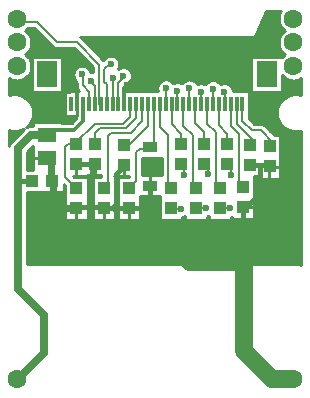
<source format=gbr>
G04 DipTrace 3.2.0.1*
G04 Top.gbr*
%MOMM*%
G04 #@! TF.FileFunction,Copper,L1,Top*
G04 #@! TF.Part,Single*
G04 #@! TA.AperFunction,CopperBalancing*
%ADD10C,0.25*%
G04 #@! TA.AperFunction,Conductor*
%ADD15C,0.2*%
%ADD16C,0.4*%
%ADD17C,0.3*%
G04 #@! TA.AperFunction,ViaPad*
%ADD18C,0.6*%
G04 #@! TA.AperFunction,Conductor*
%ADD19C,1.5*%
%ADD20C,0.7*%
%ADD22R,1.5X1.3*%
%ADD23R,1.0X1.1*%
%ADD24R,1.1X1.0*%
G04 #@! TA.AperFunction,ComponentPad*
%ADD25C,1.6*%
%ADD26R,0.3X1.25*%
%ADD27R,1.8X2.2*%
%ADD29R,1.22X0.92*%
G04 #@! TA.AperFunction,ViaPad*
%ADD30C,0.8*%
%FSLAX35Y35*%
G04*
G71*
G90*
G75*
G01*
G04 Top*
%LPD*%
X740000Y1350000D2*
D15*
Y1204470D1*
X817743Y1126727D1*
X893393D1*
X998153Y1021967D1*
X971743Y995560D1*
X690000Y1350000D2*
Y1178827D1*
X819810Y1049017D1*
Y1004343D1*
X808747D1*
X808250Y1003847D1*
X640000Y1350000D2*
Y1165790D1*
X711773Y1094017D1*
Y677640D1*
X742993Y646420D1*
X540000Y1350000D2*
Y1168080D1*
X612300Y1095780D1*
Y1008090D1*
X590000Y1350000D2*
Y1451223D1*
X587307Y1453917D1*
X640343Y749843D2*
Y810047D1*
X612300Y838090D1*
X440000Y1350000D2*
Y1182980D1*
X515370Y1107610D1*
Y669630D1*
X550000Y635000D1*
X634340Y465043D2*
X550000Y465000D1*
X489060Y1479297D2*
Y1350000D1*
X490000D1*
X340000D2*
Y1187370D1*
X418257Y1109113D1*
Y1011910D1*
X445483Y752313D2*
Y814683D1*
X418257Y841910D1*
X388790Y1451500D2*
Y1351210D1*
X390000Y1350000D1*
X240000D2*
Y1166467D1*
X321480Y1084987D1*
Y663520D1*
X350000Y635000D1*
X290000Y1350000D2*
X290710Y1483657D1*
X431930Y468363D2*
X353363D1*
X350000Y465000D1*
X140000Y1350000D2*
Y1178370D1*
X223033Y1095337D1*
Y1012867D1*
X243223Y749337D2*
Y822677D1*
X223033Y842867D1*
X190000Y1350000D2*
Y1460150D1*
X189980Y1460170D1*
X40000Y1350000D2*
Y1151117D1*
X108637Y1082480D1*
Y660980D1*
X134617Y635000D1*
X217187Y461107D2*
X138510D1*
X134617Y465000D1*
X91363Y1485180D2*
Y1351363D1*
X90000Y1350000D1*
X971743Y825560D2*
D16*
X935587D1*
X927300Y833847D1*
X808250D1*
X888597D1*
Y594133D1*
X770883Y476420D1*
X742993D1*
Y384753D1*
X628790Y270550D1*
X297917D1*
X86143D1*
X-45993Y402687D1*
Y465000D1*
Y656200D1*
X-42500D1*
X-220000Y465000D2*
X-45993D1*
X-220000D2*
X-387277D1*
X-435000D1*
X-265420Y833643D2*
Y822077D1*
X-327087Y760410D1*
Y465000D1*
X-387277D1*
X-504233Y842543D2*
X-533847D1*
Y477343D1*
X-447343D1*
X-435000Y465000D1*
X-668370Y838843D2*
X-504233D1*
Y842543D1*
X-533847Y477343D2*
X-652657D1*
X-665000Y465000D1*
X-326333Y465893D2*
Y465000D1*
X-260000Y1350000D2*
D17*
Y1482847D1*
X-237180Y1505667D1*
X297917Y270550D2*
D19*
Y14393D1*
X755040D1*
Y-746240D1*
X988800Y-980000D1*
X1170000D1*
X-665000Y465000D2*
D18*
X-762523D1*
X-867780Y570257D1*
Y699667D1*
X-871670D1*
D16*
X-882287D1*
D18*
Y864457D1*
D16*
X-912237Y894407D1*
X-660000Y1350000D2*
D17*
Y1519990D1*
X-676050D1*
X1067997Y540470D2*
Y444547D1*
Y348620D1*
X1070993Y345623D1*
Y252697D1*
Y156773D1*
X1067997Y153777D1*
Y69847D1*
X1073993Y63850D1*
X-10000Y1350000D2*
D15*
Y1016247D1*
X-42500Y983747D1*
X-220000Y635000D2*
Y641917D1*
X-163573Y698343D1*
Y939250D1*
X-131383Y971440D1*
X-54807D1*
X-42500Y983747D1*
X-60000Y1350000D2*
Y1159013D1*
X-209620Y1009393D1*
X-290160D1*
X-284410Y1003643D1*
X-265420D1*
X-110000Y1350000D2*
Y1202553D1*
X-206670Y1105883D1*
X-376933D1*
X-401283Y1081533D1*
Y668717D1*
X-435000Y635000D1*
X-160000Y1350000D2*
Y1228697D1*
X-246593Y1142103D1*
X-464707D1*
X-504233Y1102577D1*
Y1012543D1*
X-668370Y1008843D2*
X-733083D1*
X-759517Y982410D1*
Y729517D1*
X-665000Y635000D1*
X-210000Y1350000D2*
Y1242477D1*
X-269820Y1182657D1*
X-510143D1*
X-676163Y1016637D1*
X-668370Y1008843D1*
X-310000Y1350000D2*
Y1530053D1*
X-267613Y1572440D1*
Y1588193D1*
X-410000Y1350000D2*
Y1515650D1*
X-428940Y1534590D1*
Y1641390D1*
X-384010Y1686320D1*
X-375397D1*
X-359543Y1571940D2*
X-360000D1*
Y1350000D1*
X-460000D2*
X-470560D1*
Y1680830D1*
X-664630Y1874900D1*
X-832523D1*
X-1000413Y2042790D1*
X-1142790D1*
X-1170000Y2070000D1*
X-510000Y1350000D2*
Y1504370D1*
X-552007Y1546377D1*
X-542863D1*
X-560000Y1350000D2*
Y1452160D1*
X-613523Y1505683D1*
Y1598747D1*
X-618267D1*
X-610000Y1350000D2*
D17*
Y1203403D1*
X-682823Y1130580D1*
X-852027D1*
X-898200Y1084407D1*
X-912237D1*
D20*
X-1052110D1*
X-1161837Y974680D1*
Y695893D1*
Y-215403D1*
X-936693Y-440547D1*
Y-757243D1*
X-1159450Y-980000D1*
X-1170000D1*
X-1041670Y699667D2*
D16*
X-1161837Y695893D1*
D18*
X947700Y1986890D3*
X-1005337Y1921737D3*
X113257Y1874563D3*
X295473D3*
X559590Y1870470D3*
X-515300Y1868420D3*
X-202047D3*
X-375397Y1686320D3*
X-618267Y1598747D3*
X-267613Y1588193D3*
X-359543Y1571940D3*
X-542863Y1546377D3*
X-676050Y1519990D3*
X-237180Y1505667D3*
X-1167833Y1497217D3*
X1162707Y1486710D3*
X489060Y1479297D3*
X587307Y1453917D3*
X91363Y1485180D3*
X189980Y1460170D3*
X290710Y1483657D3*
X388790Y1451500D3*
X991773Y1370267D3*
X-997923Y1342927D3*
X988780Y1259617D3*
X-954803Y1246770D3*
X445483Y752313D3*
X640343Y749843D3*
X243223Y749337D3*
X-1036647Y72903D3*
X-1036677Y254873D3*
X1067997Y540470D3*
X-1040297Y483970D3*
D30*
X-326333Y465893D3*
D18*
X431930Y468363D3*
X634340Y465043D3*
X217187Y461107D3*
X1067997Y444547D3*
X-1037570Y376247D3*
X1070993Y345623D3*
Y252697D3*
X1067997Y153777D3*
X1073993Y63850D3*
X931527Y2112833D2*
D10*
X1051673D1*
X920297Y2088167D2*
X1045327D1*
X909117Y2063500D2*
X1044157D1*
X897887Y2038833D2*
X1048013D1*
X886703Y2014167D2*
X1057340D1*
X875473Y1989500D2*
X1073843D1*
X-1088393Y1964833D2*
X-1000620D1*
X864243D2*
X1088393D1*
X-1065883Y1940167D2*
X-975963D1*
X853060D2*
X1065883D1*
X-1052700Y1915500D2*
X-951303D1*
X-627310D2*
X1052700D1*
X-1045767Y1890833D2*
X-926597D1*
X-602407D2*
X1045767D1*
X-1044057Y1866167D2*
X-901940D1*
X-577750D2*
X1044057D1*
X-1047330Y1841500D2*
X-877280D1*
X-553090D2*
X1047330D1*
X-1056020Y1816833D2*
X-684703D1*
X-528383D2*
X1056020D1*
X-1071597Y1792167D2*
X-660043D1*
X-503727D2*
X1071597D1*
X-1091713Y1767500D2*
X-635387D1*
X-479067D2*
X1091713D1*
X-1067740Y1742833D2*
X-1045980D1*
X-784000D2*
X-610727D1*
X-454410D2*
X-424887D1*
X-325893D2*
X813980D1*
X-784000Y1718167D2*
X-586070D1*
X-306657D2*
X813980D1*
X-784000Y1693500D2*
X-561410D1*
X-299770D2*
X813980D1*
X-784000Y1668833D2*
X-642907D1*
X-593617D2*
X-536703D1*
X-301527D2*
X813980D1*
X-784000Y1644167D2*
X-678550D1*
X-557973D2*
X-526547D1*
X-217497D2*
X813980D1*
X-784000Y1619500D2*
X-691293D1*
X-198600D2*
X813980D1*
X-1069497Y1594833D2*
X-1045980D1*
X-784000D2*
X-694173D1*
X-191910D2*
X813980D1*
X-1094790Y1570167D2*
X-1045980D1*
X-784000D2*
X-688463D1*
X-193863D2*
X813980D1*
X1076010D2*
X1094790D1*
X-1234977Y1545500D2*
X-1045980D1*
X-784000D2*
X-671420D1*
X-205287D2*
X46890D1*
X135873D2*
X248500D1*
X332943D2*
X454653D1*
X523473D2*
X813980D1*
X1076010D2*
X1234977D1*
X-1234977Y1520833D2*
X-1045980D1*
X-784000D2*
X-669517D1*
X-235707D2*
X24577D1*
X620200D2*
X813980D1*
X1076010D2*
X1234977D1*
X-1234977Y1496167D2*
X-1045980D1*
X-784000D2*
X-668687D1*
X-254020D2*
X16177D1*
X649937D2*
X813980D1*
X1076010D2*
X1234977D1*
X-1234977Y1471500D2*
X-1045980D1*
X-784000D2*
X-657163D1*
X-254020D2*
X16667D1*
X661167D2*
X813980D1*
X1076010D2*
X1234977D1*
X-1234977Y1446833D2*
X-766000D1*
X801010D2*
X1234977D1*
X-1130483Y1422167D2*
X-766000D1*
X801010D2*
X1130483D1*
X-1087953Y1397500D2*
X-766000D1*
X801010D2*
X1087953D1*
X-1063637Y1372833D2*
X-766000D1*
X801010D2*
X1063637D1*
X-1047670Y1348167D2*
X-766000D1*
X801010D2*
X1047670D1*
X-1037320Y1323500D2*
X-766000D1*
X801010D2*
X1037320D1*
X-1031460Y1298833D2*
X-766000D1*
X801010D2*
X1031460D1*
X-1029653Y1274167D2*
X-766000D1*
X801010D2*
X1029653D1*
X-1031753Y1249500D2*
X-766000D1*
X801010D2*
X1031753D1*
X-1037857Y1224833D2*
X-673813D1*
X797787D2*
X1037857D1*
X-1048550Y1200167D2*
X-698473D1*
X822447D2*
X1048550D1*
X-1064957Y1175500D2*
X-1033237D1*
X917857D2*
X1064957D1*
X947447Y1150833D2*
X1090053D1*
X972103Y1126167D2*
X1134977D1*
X-1234977Y1101500D2*
X-1148520D1*
X996763D2*
X1234977D1*
X-1234977Y1076833D2*
X-1173180D1*
X1062680D2*
X1234977D1*
X-1234977Y1052167D2*
X-1197887D1*
X1062680D2*
X1234977D1*
X-1234977Y1027500D2*
X-1222367D1*
X1062680D2*
X1234977D1*
X1062680Y1002833D2*
X1234977D1*
X1062680Y978167D2*
X1234977D1*
X-1069497Y953500D2*
X-1033237D1*
X1062680D2*
X1235023D1*
X-1080827Y928833D2*
X-1033237D1*
X1062680D2*
X1235023D1*
X-1080827Y904167D2*
X-1033237D1*
X1062680D2*
X1235023D1*
X-1080827Y879500D2*
X-1033237D1*
X-107583D2*
X52650D1*
X1062680D2*
X1235023D1*
X-1080827Y854833D2*
X-1033237D1*
X-107583D2*
X52650D1*
X1062680D2*
X1235023D1*
X-1080827Y830167D2*
X-1033237D1*
X-107583D2*
X52650D1*
X1062680D2*
X1235023D1*
X-1080827Y805500D2*
X-1033237D1*
X-107583D2*
X52650D1*
X1062680D2*
X1235023D1*
X-107583Y780833D2*
X52650D1*
X1062680D2*
X1235023D1*
X-107583Y756167D2*
X52650D1*
X1062680D2*
X1235023D1*
X-569010Y731500D2*
X-530990D1*
X-338980D2*
X-316000D1*
X839000D2*
X870670D1*
X1062680D2*
X1235023D1*
X-569010Y706833D2*
X-530990D1*
X-338980D2*
X-316000D1*
X839000D2*
X1235023D1*
X-569010Y682167D2*
X-530990D1*
X-338980D2*
X-316000D1*
X839000D2*
X1235023D1*
X-569010Y657500D2*
X-530990D1*
X-338980D2*
X-316000D1*
X839000D2*
X1235023D1*
X-569010Y632833D2*
X-530990D1*
X-338980D2*
X-316000D1*
X839000D2*
X1235023D1*
X-569010Y608167D2*
X-530990D1*
X-338980D2*
X-316000D1*
X839000D2*
X1235023D1*
X-1080827Y583500D2*
X-761020D1*
X-569010D2*
X-530990D1*
X-338980D2*
X-316000D1*
X839000D2*
X1235023D1*
X-1080827Y558833D2*
X-761020D1*
X-569010D2*
X-530990D1*
X-338980D2*
X-316000D1*
X-123990D2*
X38637D1*
X839000D2*
X1235023D1*
X-1080827Y534167D2*
X-761020D1*
X-569010D2*
X-530990D1*
X-338980D2*
X-316000D1*
X-123990D2*
X38637D1*
X839000D2*
X1235023D1*
X-1080827Y509500D2*
X-761020D1*
X-569010D2*
X-530990D1*
X-338980D2*
X-316000D1*
X-123990D2*
X38637D1*
X839000D2*
X1235023D1*
X-1080827Y484833D2*
X-761020D1*
X-569010D2*
X-530990D1*
X-338980D2*
X-316000D1*
X-123990D2*
X38637D1*
X839000D2*
X1235023D1*
X-1080827Y460167D2*
X-761020D1*
X-569010D2*
X-530990D1*
X-338980D2*
X-316000D1*
X-123990D2*
X38637D1*
X839000D2*
X1235023D1*
X-1080827Y435500D2*
X-761020D1*
X-569010D2*
X-530990D1*
X-338980D2*
X-316000D1*
X-123990D2*
X38637D1*
X839000D2*
X1235023D1*
X-1080827Y410833D2*
X-761020D1*
X-569010D2*
X-530990D1*
X-338980D2*
X-316000D1*
X-123990D2*
X38637D1*
X839000D2*
X1235023D1*
X-1080827Y386167D2*
X-761020D1*
X-569010D2*
X-530990D1*
X-338980D2*
X-316000D1*
X-123990D2*
X38637D1*
X230600D2*
X254020D1*
X839000D2*
X1235023D1*
X-1080827Y361500D2*
X1235023D1*
X-1080827Y336833D2*
X1235023D1*
X-1080827Y312167D2*
X1235023D1*
X-1080827Y287500D2*
X1235023D1*
X-1080827Y262833D2*
X1235023D1*
X-1080827Y238167D2*
X1235023D1*
X-1080827Y213500D2*
X1235023D1*
X-1080827Y188833D2*
X1235023D1*
X-1080827Y164167D2*
X1235023D1*
X-1080827Y139500D2*
X1235023D1*
X-1080827Y114833D2*
X1235023D1*
X-1080827Y90167D2*
X1235023D1*
X-1080827Y65500D2*
X1235023D1*
X-1080827Y40833D2*
X1235023D1*
X-1080827Y16167D2*
X1235023D1*
X-1030737Y793163D2*
Y994763D1*
X-1083367Y942133D1*
X-1083337Y793187D1*
X-1030747Y793167D1*
X-1018237Y1192907D2*
X-793737D1*
Y1189050D1*
X-707057Y1189080D1*
X-668497Y1227637D1*
X-668500Y1243980D1*
X-718500Y1244000D1*
Y1248990D1*
X-763500Y1249000D1*
Y1451000D1*
X-718530D1*
X-718500Y1456000D1*
X-639543D1*
X-654207Y1470937D1*
X-659140Y1477730D1*
X-662950Y1485210D1*
X-665547Y1493193D1*
X-666860Y1501487D1*
X-667023Y1543720D1*
X-674157Y1551013D1*
X-680937Y1560343D1*
X-686173Y1570620D1*
X-689737Y1581590D1*
X-691540Y1592980D1*
Y1604513D1*
X-689737Y1615903D1*
X-686173Y1626873D1*
X-680937Y1637150D1*
X-674157Y1646480D1*
X-666000Y1654637D1*
X-656670Y1661417D1*
X-646393Y1666653D1*
X-635423Y1670217D1*
X-624033Y1672020D1*
X-612500D1*
X-601110Y1670217D1*
X-590140Y1666653D1*
X-579863Y1661417D1*
X-570533Y1654637D1*
X-562377Y1646480D1*
X-555597Y1637150D1*
X-550360Y1626873D1*
X-547870Y1619703D1*
X-537097Y1619650D1*
X-525707Y1617847D1*
X-524077Y1617387D1*
X-524060Y1658643D1*
X-686790Y1821400D1*
X-836720Y1821563D1*
X-845013Y1822877D1*
X-852997Y1825473D1*
X-860477Y1829283D1*
X-867270Y1834217D1*
X-914547Y1881263D1*
X-1022583Y1989297D1*
X-1076537Y1989290D1*
X-1082673Y1982673D1*
X-1089793Y1976090D1*
X-1097410Y1969913D1*
X-1089793Y1963910D1*
X-1082673Y1957327D1*
X-1076090Y1950207D1*
X-1070087Y1942590D1*
X-1064700Y1934530D1*
X-1059960Y1926067D1*
X-1055900Y1917260D1*
X-1052543Y1908163D1*
X-1049913Y1898830D1*
X-1048020Y1889320D1*
X-1046880Y1879690D1*
X-1046500Y1870000D1*
X-1046880Y1860310D1*
X-1048020Y1850680D1*
X-1049913Y1841170D1*
X-1052543Y1831837D1*
X-1055900Y1822740D1*
X-1059960Y1813933D1*
X-1064700Y1805470D1*
X-1070087Y1797410D1*
X-1076090Y1789793D1*
X-1082673Y1782673D1*
X-1089793Y1776090D1*
X-1097410Y1769913D1*
X-1089793Y1763910D1*
X-1082673Y1757327D1*
X-1076090Y1750207D1*
X-1070087Y1742590D1*
X-1064700Y1734530D1*
X-1059960Y1726067D1*
X-1055900Y1717260D1*
X-1052543Y1708163D1*
X-1049913Y1698830D1*
X-1048020Y1689320D1*
X-1046880Y1679690D1*
X-1046500Y1670000D1*
X-1046880Y1660310D1*
X-1048020Y1650680D1*
X-1049913Y1641170D1*
X-1052543Y1631837D1*
X-1055900Y1622740D1*
X-1059960Y1613933D1*
X-1064700Y1605470D1*
X-1070087Y1597410D1*
X-1076090Y1589793D1*
X-1082673Y1582673D1*
X-1089793Y1576090D1*
X-1097410Y1570087D1*
X-1105470Y1564700D1*
X-1113933Y1559960D1*
X-1122740Y1555900D1*
X-1131837Y1552543D1*
X-1141170Y1549913D1*
X-1150680Y1548020D1*
X-1160310Y1546880D1*
X-1170000Y1546500D1*
X-1179690Y1546880D1*
X-1189320Y1548020D1*
X-1198830Y1549913D1*
X-1208163Y1552543D1*
X-1217260Y1555900D1*
X-1226067Y1559960D1*
X-1237520Y1566697D1*
X-1237497Y1425557D1*
X-1226847Y1428473D1*
X-1214690Y1430890D1*
X-1202383Y1432347D1*
X-1190000Y1432833D1*
X-1177617Y1432347D1*
X-1165310Y1430890D1*
X-1153153Y1428473D1*
X-1141227Y1425110D1*
X-1129600Y1420820D1*
X-1118347Y1415630D1*
X-1107533Y1409577D1*
X-1097227Y1402690D1*
X-1087497Y1395017D1*
X-1078393Y1386607D1*
X-1069983Y1377503D1*
X-1062310Y1367773D1*
X-1055423Y1357467D1*
X-1049370Y1346653D1*
X-1044180Y1335400D1*
X-1039890Y1323773D1*
X-1036527Y1311847D1*
X-1034110Y1299690D1*
X-1032653Y1287383D1*
X-1032167Y1275000D1*
X-1032653Y1262617D1*
X-1034110Y1250310D1*
X-1036527Y1238153D1*
X-1039890Y1226227D1*
X-1044180Y1214600D1*
X-1049370Y1203347D1*
X-1055423Y1192533D1*
X-1062310Y1182227D1*
X-1069983Y1172497D1*
X-1078393Y1163393D1*
X-1089357Y1153513D1*
X-1082150Y1156930D1*
X-1070437Y1160737D1*
X-1058270Y1162663D1*
X-1030773Y1162907D1*
X-1030737Y1192907D1*
X-1018237D1*
X-454787Y744043D2*
X-574863D1*
X-574870Y740343D1*
X-694683D1*
X-683500Y733500D1*
X-571500D1*
Y366500D1*
X-758500D1*
Y652857D1*
X-773160Y667500D1*
X-773170Y606167D1*
X-1083357D1*
X-1083337Y-4450D1*
X1182203Y-7563D1*
X1216920Y-7190D1*
X1222900Y-8050D1*
X1228670Y-9837D1*
X1234093Y-12500D1*
X1236640Y-14153D1*
X1237500Y-10917D1*
Y1124463D1*
X1226847Y1121527D1*
X1214690Y1119110D1*
X1202383Y1117653D1*
X1190000Y1117167D1*
X1177617Y1117653D1*
X1165310Y1119110D1*
X1153153Y1121527D1*
X1141227Y1124890D1*
X1129600Y1129180D1*
X1118347Y1134370D1*
X1107533Y1140423D1*
X1097227Y1147310D1*
X1087497Y1154983D1*
X1078393Y1163393D1*
X1069983Y1172497D1*
X1062310Y1182227D1*
X1055423Y1192533D1*
X1049370Y1203347D1*
X1044180Y1214600D1*
X1039890Y1226227D1*
X1036527Y1238153D1*
X1034110Y1250310D1*
X1032653Y1262617D1*
X1032167Y1275000D1*
X1032653Y1287383D1*
X1034110Y1299690D1*
X1036527Y1311847D1*
X1039890Y1323773D1*
X1044180Y1335400D1*
X1049370Y1346653D1*
X1055423Y1357467D1*
X1062310Y1367773D1*
X1069983Y1377503D1*
X1078393Y1386607D1*
X1087497Y1395017D1*
X1097227Y1402690D1*
X1107533Y1409577D1*
X1118347Y1415630D1*
X1129600Y1420820D1*
X1141227Y1425110D1*
X1153153Y1428473D1*
X1165310Y1430890D1*
X1177617Y1432347D1*
X1190000Y1432833D1*
X1202383Y1432347D1*
X1214690Y1430890D1*
X1226847Y1428473D1*
X1237517Y1425463D1*
X1237500Y1566553D1*
X1226067Y1559960D1*
X1217260Y1555900D1*
X1208163Y1552543D1*
X1198830Y1549913D1*
X1189320Y1548020D1*
X1179690Y1546880D1*
X1170000Y1546500D1*
X1160310Y1546880D1*
X1150680Y1548020D1*
X1141170Y1549913D1*
X1131837Y1552543D1*
X1122740Y1555900D1*
X1113933Y1559960D1*
X1105470Y1564700D1*
X1097410Y1570087D1*
X1089793Y1576090D1*
X1082673Y1582673D1*
X1073487Y1593097D1*
X1073500Y1454000D1*
X816500D1*
Y1751000D1*
X1073500D1*
Y1747043D1*
X1082673Y1757327D1*
X1089793Y1763910D1*
X1097410Y1770087D1*
X1089793Y1776090D1*
X1082673Y1782673D1*
X1076090Y1789793D1*
X1070087Y1797410D1*
X1064700Y1805470D1*
X1059960Y1813933D1*
X1055900Y1822740D1*
X1052543Y1831837D1*
X1049913Y1841170D1*
X1048020Y1850680D1*
X1046880Y1860310D1*
X1046500Y1870000D1*
X1046880Y1879690D1*
X1048020Y1889320D1*
X1049913Y1898830D1*
X1052543Y1908163D1*
X1055900Y1917260D1*
X1059960Y1926067D1*
X1064700Y1934530D1*
X1070087Y1942590D1*
X1076090Y1950207D1*
X1082673Y1957327D1*
X1089793Y1963910D1*
X1097410Y1970087D1*
X1089793Y1976090D1*
X1082673Y1982673D1*
X1076090Y1989793D1*
X1070087Y1997410D1*
X1064700Y2005470D1*
X1059960Y2013933D1*
X1055900Y2022740D1*
X1052543Y2031837D1*
X1049913Y2041170D1*
X1048020Y2050680D1*
X1046880Y2060310D1*
X1046500Y2070000D1*
X1046880Y2079690D1*
X1048020Y2089320D1*
X1049913Y2098830D1*
X1052543Y2108163D1*
X1055900Y2117260D1*
X1059960Y2126067D1*
X1066697Y2137520D1*
X940210Y2137500D1*
X842627Y1923110D1*
X839987Y1920223D1*
X836587Y1918297D1*
X832743Y1917513D1*
X-632307Y1917500D1*
X-626790Y1912720D1*
X-438310Y1724243D1*
X-434860Y1729523D1*
X-427370Y1738293D1*
X-418600Y1745783D1*
X-408763Y1751810D1*
X-398110Y1756223D1*
X-386893Y1758917D1*
X-375397Y1759820D1*
X-363900Y1758917D1*
X-352683Y1756223D1*
X-342030Y1751810D1*
X-332193Y1745783D1*
X-323423Y1738293D1*
X-315933Y1729523D1*
X-309907Y1719687D1*
X-305493Y1709033D1*
X-302800Y1697817D1*
X-301897Y1686320D1*
X-302800Y1674823D1*
X-305493Y1663607D1*
X-309907Y1652953D1*
X-315220Y1644187D1*
X-306017Y1650863D1*
X-295740Y1656100D1*
X-284770Y1659663D1*
X-273380Y1661467D1*
X-261847D1*
X-250457Y1659663D1*
X-239487Y1656100D1*
X-229210Y1650863D1*
X-219880Y1644083D1*
X-211723Y1635927D1*
X-204943Y1626597D1*
X-199707Y1616320D1*
X-196143Y1605350D1*
X-194340Y1593960D1*
Y1582427D1*
X-196143Y1571037D1*
X-199707Y1560067D1*
X-204943Y1549790D1*
X-211723Y1540460D1*
X-219880Y1532303D1*
X-229210Y1525523D1*
X-239487Y1520287D1*
X-246570Y1517820D1*
X-256473Y1507920D1*
X-256500Y1455980D1*
X23933Y1456000D1*
X21460Y1462467D1*
X18770Y1473680D1*
X17863Y1485180D1*
X18770Y1496677D1*
X21460Y1507893D1*
X25877Y1518547D1*
X31900Y1528383D1*
X39393Y1537153D1*
X48163Y1544643D1*
X57997Y1550670D1*
X68650Y1555083D1*
X79867Y1557773D1*
X91363Y1558680D1*
X102863Y1557773D1*
X114077Y1555083D1*
X124733Y1550670D1*
X134567Y1544643D1*
X143337Y1537153D1*
X150827Y1528383D1*
X153697Y1524090D1*
X161853Y1528077D1*
X172823Y1531640D1*
X184213Y1533443D1*
X195747D1*
X207140Y1531640D1*
X218107Y1528077D1*
X228477Y1522777D1*
X234820Y1531393D1*
X242973Y1539547D1*
X252307Y1546327D1*
X262583Y1551563D1*
X273550Y1555127D1*
X284943Y1556930D1*
X296477D1*
X307867Y1555127D1*
X318837Y1551563D1*
X329113Y1546327D1*
X338443Y1539547D1*
X346600Y1531393D1*
X353377Y1522060D1*
X356033Y1517320D1*
X366077Y1521403D1*
X377290Y1524097D1*
X388790Y1525000D1*
X400287Y1524097D1*
X411503Y1521403D1*
X422157Y1516990D1*
X425010Y1515393D1*
X429597Y1522500D1*
X437087Y1531270D1*
X445857Y1538760D1*
X455690Y1544787D1*
X466347Y1549200D1*
X477560Y1551890D1*
X489060Y1552797D1*
X500557Y1551890D1*
X511773Y1549200D1*
X522427Y1544787D1*
X532260Y1538760D1*
X541033Y1531270D1*
X548523Y1522500D1*
X551467Y1518093D1*
X559180Y1521820D1*
X570147Y1525387D1*
X581540Y1527190D1*
X593073D1*
X604463Y1525387D1*
X615433Y1521820D1*
X625710Y1516587D1*
X635040Y1509807D1*
X643197Y1501650D1*
X649973Y1492320D1*
X655210Y1482043D1*
X658777Y1471073D1*
X660580Y1459683D1*
X660723Y1456010D1*
X798500Y1456000D1*
Y1244000D1*
X793470D1*
X793500Y1226610D1*
X839873Y1180257D1*
X897590Y1180063D1*
X905883Y1178750D1*
X913867Y1176153D1*
X921347Y1172343D1*
X928140Y1167410D1*
X975417Y1120363D1*
X1011843Y1083937D1*
X1060167Y1083907D1*
Y716907D1*
X873167D1*
Y735353D1*
X836487Y735347D1*
X836493Y377920D1*
X649493D1*
Y393123D1*
X643487Y392170D1*
X643500Y366500D1*
X456500D1*
Y399067D1*
X449087Y396893D1*
X443493Y395780D1*
X443500Y366500D1*
X256500D1*
Y398970D1*
X245313Y393200D1*
X234343Y389637D1*
X228123Y388447D1*
X228117Y366500D1*
X41117D1*
X41167Y563500D1*
X39500Y566700D1*
X-126507D1*
X-126500Y366500D1*
X-313500D1*
Y733500D1*
X-217063D1*
X-219420Y735143D1*
X-347790D1*
X-341500Y733500D1*
Y366500D1*
X-528500D1*
Y733500D1*
X-454817D1*
X-454783Y744060D1*
X-1106123Y1141367D2*
X-1118347Y1134370D1*
X-1129600Y1129180D1*
X-1141227Y1124890D1*
X-1153153Y1121527D1*
X-1165310Y1119110D1*
X-1177617Y1117653D1*
X-1190000Y1117167D1*
X-1202383Y1117653D1*
X-1214690Y1119110D1*
X-1226847Y1121527D1*
X-1237517Y1124537D1*
X-1237497Y995577D1*
X-1234360Y1004720D1*
X-1228770Y1015697D1*
X-1221530Y1025663D1*
X-1199667Y1047867D1*
X-1107600Y1139930D1*
X-1031000Y1751000D2*
X-786500D1*
Y1454000D1*
X-1043500D1*
Y1751000D1*
X-1031000D1*
X-110077Y745700D2*
X55140D1*
X55137Y894233D1*
X-110120Y894247D1*
X-110073Y745743D1*
X-1030687Y894407D2*
X-912237D1*
X-504233Y842543D2*
Y744093D1*
X-668370Y838843D2*
Y740393D1*
X-265420Y833643D2*
Y735190D1*
X966667Y815407D2*
Y716953D1*
Y815407D2*
X1060120D1*
X742993Y476420D2*
Y377967D1*
Y476420D2*
X836447D1*
X-665000Y465000D2*
Y366550D1*
X-758450Y465000D2*
X-571550D1*
X-435000D2*
Y366550D1*
X-528450Y465000D2*
X-341550D1*
X-220000D2*
Y366550D1*
X-313450Y465000D2*
X-126550D1*
X-871670Y699667D2*
Y606217D1*
X-260000Y1455950D2*
Y1350000D1*
X-660000Y1455950D2*
Y1244050D1*
X-42500Y745650D2*
Y566750D1*
D22*
X-912237Y894407D3*
Y1084407D3*
D23*
X-504233Y842543D3*
Y1012543D3*
X223033Y842867D3*
Y1012867D3*
X418257Y841910D3*
Y1011910D3*
X-668370Y838843D3*
Y1008843D3*
X612300Y838090D3*
Y1008090D3*
X-265420Y833643D3*
Y1003643D3*
X808250Y833847D3*
Y1003847D3*
X971743Y825560D3*
Y995560D3*
X742993Y476420D3*
Y646420D3*
X-665000Y465000D3*
Y635000D3*
X-435000Y465000D3*
Y635000D3*
X-220000D3*
Y465000D3*
X134617D3*
Y635000D3*
X350000Y465000D3*
Y635000D3*
X550000Y465000D3*
Y635000D3*
D24*
X-871670Y699667D3*
X-1041670D3*
D25*
X-1170000Y1670000D3*
Y1870000D3*
Y2070000D3*
X1170000Y1670000D3*
Y1870000D3*
Y2070000D3*
Y-980000D3*
X-1170000D3*
D26*
X90000Y1350000D3*
X40000D3*
X-10000D3*
X-60000D3*
X-110000D3*
X-160000D3*
X-210000D3*
X-260000D3*
X-310000D3*
X-360000D3*
X-410000D3*
X-460000D3*
X-510000D3*
X-560000D3*
X140000D3*
X190000D3*
X240000D3*
X290000D3*
X340000D3*
X390000D3*
X440000D3*
X490000D3*
X540000D3*
X590000D3*
D27*
X945000Y1602500D3*
X-915000D3*
D26*
X640000Y1350000D3*
X690000D3*
X740000D3*
X-610000D3*
X-660000D3*
X-710000D3*
D29*
X-42500Y656200D3*
Y983747D3*
M02*

</source>
